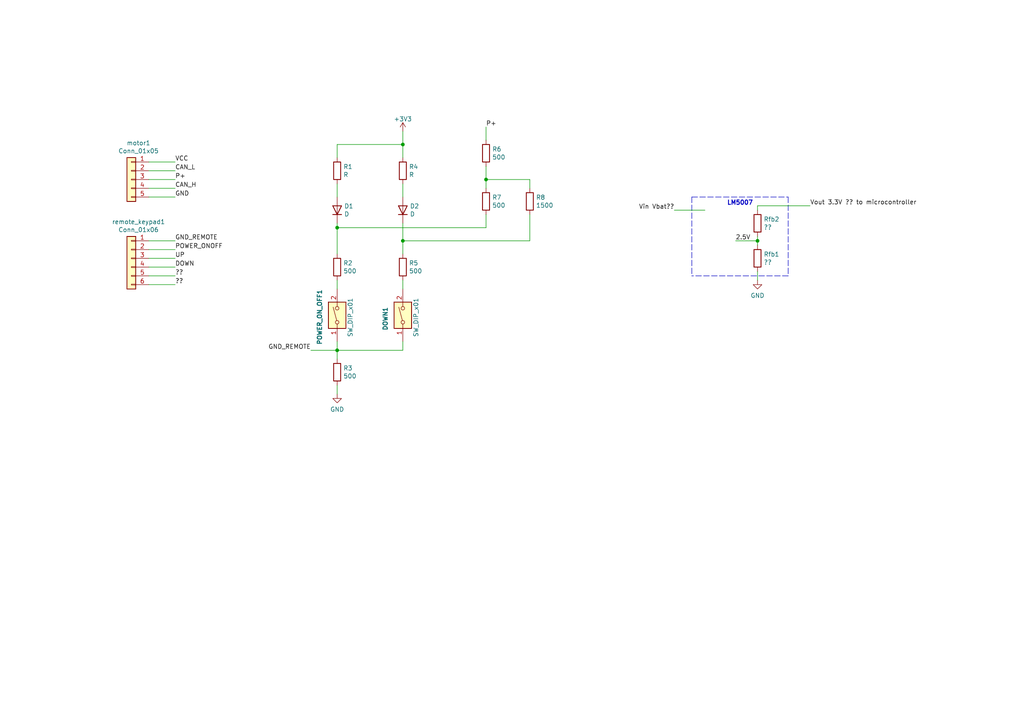
<source format=kicad_sch>
(kicad_sch (version 20211123) (generator eeschema)
  (paper "A4")
  (lib_symbols
    (symbol "Connector_Generic:Conn_01x05" (pin_names (offset 1.016) hide)
      (property "Reference" "J" (at 0 7.62 0))
      (property "Value" "Conn_01x05" (at 0 -7.62 0))
      (symbol "Conn_01x05_1_1"
        (rectangle (start -1.27 -4.953) (end 0 -5.207) (stroke (width 0.1524)))
        (rectangle (start -1.27 -2.413) (end 0 -2.667) (stroke (width 0.1524)))
        (rectangle (start -1.27 0.127) (end 0 -0.127) (stroke (width 0.1524)))
        (rectangle (start -1.27 2.667) (end 0 2.413) (stroke (width 0.1524)))
        (rectangle (start -1.27 5.207) (end 0 4.953) (stroke (width 0.1524)))
        (rectangle (start -1.27 6.35) (end 1.27 -6.35) (stroke (width 0.254)) (fill (type background)))
        (pin passive line (at -5.08 5.08 0) (length 3.81) (name "Pin_1") (number "1"))
        (pin passive line (at -5.08 2.54 0) (length 3.81) (name "Pin_2") (number "2"))
        (pin passive line (at -5.08 0 0) (length 3.81) (name "Pin_3") (number "3"))
        (pin passive line (at -5.08 -2.54 0) (length 3.81) (name "Pin_4") (number "4"))
        (pin passive line (at -5.08 -5.08 0) (length 3.81) (name "Pin_5") (number "5"))
      )
    )
    (symbol "Connector_Generic:Conn_01x06" (pin_names (offset 1.016) hide)
      (property "Reference" "J" (at 0 7.62 0))
      (property "Value" "Conn_01x06" (at 0 -10.16 0))
      (symbol "Conn_01x06_1_1"
        (rectangle (start -1.27 -7.493) (end 0 -7.747) (stroke (width 0.1524)))
        (rectangle (start -1.27 -4.953) (end 0 -5.207) (stroke (width 0.1524)))
        (rectangle (start -1.27 -2.413) (end 0 -2.667) (stroke (width 0.1524)))
        (rectangle (start -1.27 0.127) (end 0 -0.127) (stroke (width 0.1524)))
        (rectangle (start -1.27 2.667) (end 0 2.413) (stroke (width 0.1524)))
        (rectangle (start -1.27 5.207) (end 0 4.953) (stroke (width 0.1524)))
        (rectangle (start -1.27 6.35) (end 1.27 -8.89) (stroke (width 0.254)) (fill (type background)))
        (pin passive line (at -5.08 5.08 0) (length 3.81) (name "Pin_1") (number "1"))
        (pin passive line (at -5.08 2.54 0) (length 3.81) (name "Pin_2") (number "2"))
        (pin passive line (at -5.08 0 0) (length 3.81) (name "Pin_3") (number "3"))
        (pin passive line (at -5.08 -2.54 0) (length 3.81) (name "Pin_4") (number "4"))
        (pin passive line (at -5.08 -5.08 0) (length 3.81) (name "Pin_5") (number "5"))
        (pin passive line (at -5.08 -7.62 0) (length 3.81) (name "Pin_6") (number "6"))
      )
    )
    (symbol "Device:D" (pin_numbers hide) (pin_names (offset 1.016) hide)
      (property "Reference" "D" (at 0 2.54 0))
      (property "Value" "D" (at 0 -2.54 0))
      (symbol "D_0_1"
        (polyline (pts (xy -1.27 1.27) (xy -1.27 -1.27)) (stroke (width 0.254)))
        (polyline (pts (xy 1.27 0) (xy -1.27 0)))
        (polyline (pts (xy 1.27 1.27) (xy 1.27 -1.27) (xy -1.27 0) (xy 1.27 1.27)) (stroke (width 0.254)))
      )
      (symbol "D_1_1"
        (pin passive line (at -3.81 0 0) (length 2.54) (name "K") (number "1"))
        (pin passive line (at 3.81 0 180) (length 2.54) (name "A") (number "2"))
      )
    )
    (symbol "Device:R" (pin_numbers hide) (pin_names (offset 0))
      (property "Reference" "R" (at 2.032 0 90))
      (property "Value" "R" (at 0 0 90))
      (symbol "R_0_1"
        (rectangle (start -1.016 -2.54) (end 1.016 2.54) (stroke (width 0.254)))
      )
      (symbol "R_1_1"
        (pin passive line (at 0 3.81 270) (length 1.27) (name "~") (number "1"))
        (pin passive line (at 0 -3.81 90) (length 1.27) (name "~") (number "2"))
      )
    )
    (symbol "Switch:SW_DIP_x01" (pin_names (offset 0) hide)
      (property "Reference" "SW" (at 0 3.81 0))
      (property "Value" "SW_DIP_x01" (at 0 -3.81 0))
      (symbol "SW_DIP_x01_0_0"
        (circle (center -2.032 0) (radius 0.508))
        (polyline (pts (xy -1.524 0.127) (xy 2.3622 1.1684)))
        (circle (center 2.032 0) (radius 0.508))
      )
      (symbol "SW_DIP_x01_0_1"
        (rectangle (start -3.81 2.54) (end 3.81 -2.54) (stroke (width 0.254)) (fill (type background)))
      )
      (symbol "SW_DIP_x01_1_1"
        (pin passive line (at -7.62 0 0) (length 5.08) (name "~") (number "1"))
        (pin passive line (at 7.62 0 180) (length 5.08) (name "~") (number "2"))
      )
    )
    (symbol "power:+3.3V" (power) (pin_names (offset 0))
      (property "Value" "+3.3V" (at 0 3.556 0))
      (symbol "+3.3V_0_1"
        (polyline (pts (xy -0.762 1.27) (xy 0 2.54)))
        (polyline (pts (xy 0 0) (xy 0 2.54)))
        (polyline (pts (xy 0 2.54) (xy 0.762 1.27)))
      )
      (symbol "+3.3V_1_1"
        (pin power_in line (at 0 0 90) (length 0) hide (name "+3V3") (number "1"))
      )
    )
    (symbol "power:GND" (power) (pin_names (offset 0))
      (property "Value" "GND" (at 0 -3.81 0))
      (symbol "GND_0_1"
        (polyline (pts (xy 0 0) (xy 0 -1.27) (xy 1.27 -1.27) (xy 0 -2.54) (xy -1.27 -1.27) (xy 0 -1.27)))
      )
      (symbol "GND_1_1"
        (pin power_in line (at 0 0 270) (length 0) hide (name "GND") (number "1"))
      )
    )
  )
  (junction (at 116.84 41.91))
  (junction (at 140.97 52.07))
  (junction (at 219.71 69.85))
  (junction (at 116.84 69.85))
  (junction (at 97.79 66.04))
  (junction (at 97.79 101.6))
  (wire (pts (xy 43.18 82.55) (xy 50.8 82.55)))
  (wire (pts (xy 219.71 78.74) (xy 219.71 81.28)))
  (wire (pts (xy 219.71 60.96) (xy 219.71 59.69)))
  (wire (pts (xy 97.79 101.6) (xy 97.79 104.14)))
  (wire (pts (xy 43.18 54.61) (xy 50.8 54.61)))
  (wire (pts (xy 116.84 81.28) (xy 116.84 83.82)))
  (wire (pts (xy 116.84 38.1) (xy 116.84 41.91)))
  (wire (pts (xy 43.18 49.53) (xy 50.8 49.53)))
  (wire (pts (xy 43.18 74.93) (xy 50.8 74.93)))
  (wire (pts (xy 116.84 69.85) (xy 116.84 73.66)))
  (wire (pts (xy 116.84 41.91) (xy 116.84 45.72)))
  (wire (pts (xy 116.84 64.77) (xy 116.84 69.85)))
  (wire (pts (xy 219.71 59.69) (xy 234.95 59.69)))
  (polyline (pts (xy 228.6 80.01) (xy 200.66 80.01)))
  (wire (pts (xy 97.79 53.34) (xy 97.79 57.15)))
  (wire (pts (xy 97.79 99.06) (xy 97.79 101.6)))
  (wire (pts (xy 116.84 99.06) (xy 116.84 101.6)))
  (wire (pts (xy 43.18 46.99) (xy 50.8 46.99)))
  (wire (pts (xy 219.71 68.58) (xy 219.71 69.85)))
  (wire (pts (xy 97.79 66.04) (xy 140.97 66.04)))
  (wire (pts (xy 43.18 57.15) (xy 50.8 57.15)))
  (wire (pts (xy 97.79 111.76) (xy 97.79 114.3)))
  (wire (pts (xy 140.97 52.07) (xy 153.67 52.07)))
  (wire (pts (xy 97.79 66.04) (xy 97.79 73.66)))
  (wire (pts (xy 43.18 72.39) (xy 50.8 72.39)))
  (wire (pts (xy 140.97 52.07) (xy 140.97 54.61)))
  (wire (pts (xy 43.18 52.07) (xy 50.8 52.07)))
  (wire (pts (xy 97.79 45.72) (xy 97.79 41.91)))
  (wire (pts (xy 97.79 41.91) (xy 116.84 41.91)))
  (wire (pts (xy 116.84 101.6) (xy 97.79 101.6)))
  (wire (pts (xy 97.79 81.28) (xy 97.79 83.82)))
  (polyline (pts (xy 200.66 57.15) (xy 200.66 80.01)))
  (polyline (pts (xy 200.66 57.15) (xy 228.6 57.15)))
  (wire (pts (xy 43.18 69.85) (xy 50.8 69.85)))
  (wire (pts (xy 140.97 36.83) (xy 140.97 40.64)))
  (polyline (pts (xy 228.6 57.15) (xy 228.6 80.01)))
  (wire (pts (xy 213.36 69.85) (xy 219.71 69.85)))
  (wire (pts (xy 97.79 101.6) (xy 90.17 101.6)))
  (wire (pts (xy 97.79 66.04) (xy 97.79 64.77)))
  (wire (pts (xy 204.47 60.96) (xy 195.58 60.96)))
  (wire (pts (xy 153.67 52.07) (xy 153.67 54.61)))
  (wire (pts (xy 219.71 69.85) (xy 219.71 71.12)))
  (wire (pts (xy 153.67 62.23) (xy 153.67 69.85)))
  (wire (pts (xy 116.84 53.34) (xy 116.84 57.15)))
  (wire (pts (xy 153.67 69.85) (xy 116.84 69.85)))
  (wire (pts (xy 140.97 48.26) (xy 140.97 52.07)))
  (wire (pts (xy 43.18 80.01) (xy 50.8 80.01)))
  (wire (pts (xy 140.97 62.23) (xy 140.97 66.04)))
  (wire (pts (xy 43.18 77.47) (xy 50.8 77.47)))
  (text "LM5007" (at 210.82 59.69 0) (effects (font (size 1.27 1.27) (thickness 0.254) bold) (justify left bottom)))
  (label "CAN_L" (at 50.8 49.53 0))
  (label "VCC" (at 50.8 46.99 0))
  (label "UP" (at 50.8 74.93 0))
  (label "2.5V" (at 213.36 69.85 0))
  (label "??" (at 50.8 82.55 0))
  (label "Vin Vbat??" (at 195.58 60.96 180))
  (label "POWER_ONOFF" (at 50.8 72.39 0))
  (label "CAN_H" (at 50.8 54.61 0))
  (label "P+" (at 50.8 52.07 0))
  (label "GND_REMOTE" (at 50.8 69.85 0))
  (label "Vout 3.3V ?? to microcontroller" (at 234.95 59.69 0))
  (label "DOWN" (at 50.8 77.47 0))
  (label "GND_REMOTE" (at 90.17 101.6 180))
  (label "??" (at 50.8 80.01 0))
  (label "P+" (at 140.97 36.83 0))
  (label "GND" (at 50.8 57.15 0))
  (symbol (lib_id "Device:R") (at 97.79 49.53 0) (unit 1)
    (property "Reference" "R1" (at 99.568 48.3616 0) (effects (justify left)))
    (property "Value" "R" (at 99.568 50.673 0) (effects (justify left)))
  )
  (symbol (lib_id "Device:D") (at 97.79 60.96 90) (unit 1)
    (property "Reference" "D1" (at 99.822 59.7916 90) (effects (justify right)))
    (property "Value" "D" (at 99.822 62.103 90) (effects (justify right)))
  )
  (symbol (lib_id "Connector_Generic:Conn_01x05") (at 38.1 52.07 0) (mirror y) (unit 1)
    (property "Reference" "motor1" (at 40.1828 41.4782 0))
    (property "Value" "Conn_01x05" (at 40.1828 43.7896 0))
  )
  (symbol (lib_id "Connector_Generic:Conn_01x06") (at 38.1 74.93 0) (mirror y) (unit 1)
    (property "Reference" "remote_keypad1" (at 40.1828 64.3382 0))
    (property "Value" "Conn_01x06" (at 40.1828 66.6496 0))
  )
  (symbol (lib_id "Device:R") (at 116.84 77.47 0) (unit 1)
    (property "Reference" "R5" (at 118.618 76.3016 0) (effects (justify left)))
    (property "Value" "500" (at 118.618 78.613 0) (effects (justify left)))
  )
  (symbol (lib_id "Switch:SW_DIP_x01") (at 116.84 91.44 90) (unit 1)
    (property "Reference" "DOWN1" (at 111.76 88.9 0) (effects (font bold) (justify right)))
    (property "Value" "SW_DIP_x01" (at 120.65 86.36 0) (effects (justify right)))
  )
  (symbol (lib_id "Device:R") (at 97.79 77.47 0) (unit 1)
    (property "Reference" "R2" (at 99.568 76.3016 0) (effects (justify left)))
    (property "Value" "500" (at 99.568 78.613 0) (effects (justify left)))
  )
  (symbol (lib_id "power:GND") (at 219.71 81.28 0) (unit 1)
    (property "Reference" "#PWR03" (effects hide))
    (property "Value" "GND" (at 219.71 85.7234 0))
  )
  (symbol (lib_id "Device:R") (at 153.67 58.42 0) (unit 1)
    (property "Reference" "R8" (at 155.448 57.2516 0) (effects (justify left)))
    (property "Value" "1500" (at 155.448 59.563 0) (effects (justify left)))
  )
  (symbol (lib_id "Device:R") (at 219.71 74.93 0) (unit 1)
    (property "Reference" "Rfb1" (at 221.488 73.7616 0) (effects (justify left)))
    (property "Value" "??" (at 221.488 76.073 0) (effects (justify left)))
  )
  (symbol (lib_id "power:GND") (at 97.79 114.3 0) (unit 1)
    (property "Reference" "#PWR01" (effects hide))
    (property "Value" "GND" (at 97.79 118.7434 0))
  )
  (symbol (lib_id "Device:R") (at 219.71 64.77 0) (unit 1)
    (property "Reference" "Rfb2" (at 221.488 63.6016 0) (effects (justify left)))
    (property "Value" "??" (at 221.488 65.913 0) (effects (justify left)))
  )
  (symbol (lib_id "Device:R") (at 140.97 58.42 0) (unit 1)
    (property "Reference" "R7" (at 142.748 57.2516 0) (effects (justify left)))
    (property "Value" "500" (at 142.748 59.563 0) (effects (justify left)))
  )
  (symbol (lib_id "Device:R") (at 116.84 49.53 0) (unit 1)
    (property "Reference" "R4" (at 118.618 48.3616 0) (effects (justify left)))
    (property "Value" "R" (at 118.618 50.673 0) (effects (justify left)))
  )
  (symbol (lib_id "Device:D") (at 116.84 60.96 90) (unit 1)
    (property "Reference" "D2" (at 118.872 59.7916 90) (effects (justify right)))
    (property "Value" "D" (at 118.872 62.103 90) (effects (justify right)))
  )
  (symbol (lib_id "power:+3.3V") (at 116.84 38.1 0) (unit 1)
    (property "Reference" "#PWR02" (effects hide))
    (property "Value" "+3.3V" (at 116.84 34.5242 0))
  )
  (symbol (lib_id "Switch:SW_DIP_x01") (at 97.79 91.44 90) (unit 1)
    (property "Reference" "POWER_ON_OFF1" (at 92.71 83.82 0) (effects (font bold) (justify right)))
    (property "Value" "SW_DIP_x01" (at 101.6 86.36 0) (effects (justify right)))
  )
  (symbol (lib_id "Device:R") (at 97.79 107.95 0) (unit 1)
    (property "Reference" "R3" (at 99.568 106.7816 0) (effects (justify left)))
    (property "Value" "500" (at 99.568 109.093 0) (effects (justify left)))
  )
  (symbol (lib_id "Device:R") (at 140.97 44.45 0) (unit 1)
    (property "Reference" "R6" (at 142.748 43.2816 0) (effects (justify left)))
    (property "Value" "500" (at 142.748 45.593 0) (effects (justify left)))
  )
)
</source>
